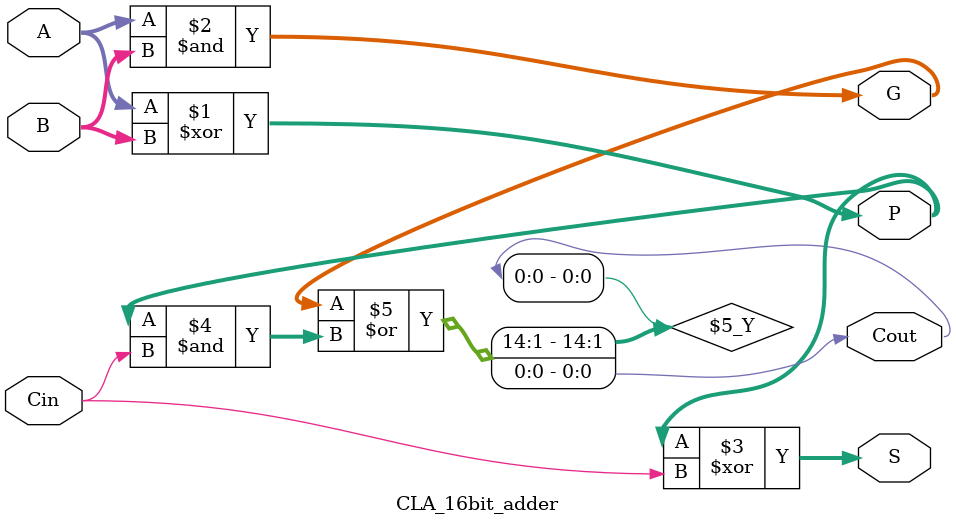
<source format=v>
module CLA_16bit_adder(A,B,Cin,P,G,S,Cout);
     input [15:1] A;
     input [15:1] B;
     input Cin;
     output [15:1] P;
     output [15:1] G;
     output [15:1] S;
     output Cout;
     
     assign P = A ^ B;
     assign G = A & B;
     assign S = P ^ Cin;
     assign Cout = G | (P & Cin);
     
endmodule
</source>
